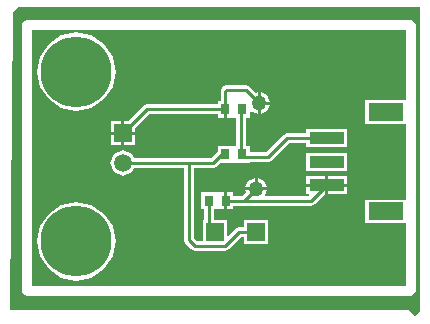
<source format=gtl>
%FSLAX23Y23*%
%MOIN*%
G70*
G01*
G75*
G04 Layer_Physical_Order=1*
G04 Layer_Color=255*
%ADD10R,0.118X0.059*%
%ADD11R,0.118X0.039*%
%ADD12R,0.059X0.059*%
%ADD13R,0.031X0.035*%
%ADD14C,0.010*%
%ADD15R,0.059X0.059*%
%ADD16C,0.059*%
%ADD17C,0.050*%
%ADD18C,0.039*%
%ADD19C,0.236*%
G36*
X1310Y-70D02*
X1295Y-85D01*
X1275Y-65D01*
X-51D01*
X-55Y-61D01*
X-45Y930D01*
X-30Y945D01*
X1310D01*
Y-70D01*
D02*
G37*
%LPC*%
G36*
X1280Y901D02*
X0D01*
X-11Y896D01*
X-16Y885D01*
X-15Y882D01*
X-16Y880D01*
Y0D01*
X-11Y-11D01*
X0Y-16D01*
X1280D01*
X1291Y-11D01*
X1296Y0D01*
Y885D01*
X1291Y896D01*
X1280Y901D01*
D02*
G37*
%LPD*%
G36*
X1264Y635D02*
X1128D01*
Y556D01*
X1264D01*
Y304D01*
X1128D01*
Y225D01*
X1264D01*
Y16D01*
X16D01*
Y869D01*
X1264D01*
Y635D01*
D02*
G37*
%LPC*%
G36*
X760Y376D02*
X738Y367D01*
X729Y345D01*
X760D01*
Y376D01*
D02*
G37*
G36*
X770D02*
Y345D01*
X801D01*
X792Y367D01*
X770Y376D01*
D02*
G37*
G36*
X995Y381D02*
X931D01*
Y356D01*
X995D01*
Y381D01*
D02*
G37*
G36*
X165Y296D02*
X115Y286D01*
X73Y257D01*
X44Y215D01*
X34Y165D01*
X44Y115D01*
X73Y73D01*
X115Y44D01*
X165Y34D01*
X215Y44D01*
X257Y73D01*
X286Y115D01*
X296Y165D01*
X286Y215D01*
X257Y257D01*
X215Y286D01*
X165Y296D01*
D02*
G37*
G36*
X995Y346D02*
X931D01*
Y322D01*
X941D01*
X941Y320D01*
X939Y316D01*
X798D01*
X795Y320D01*
X801Y335D01*
X729D01*
X731Y329D01*
X718Y316D01*
X688D01*
Y328D01*
X668D01*
Y300D01*
Y272D01*
X688D01*
Y284D01*
X949D01*
X960Y289D01*
X960Y289D01*
X960Y289D01*
X993Y322D01*
X995D01*
Y346D01*
D02*
G37*
G36*
X1069D02*
X1005D01*
Y322D01*
X1069D01*
Y346D01*
D02*
G37*
G36*
X811Y620D02*
X780D01*
Y589D01*
X802Y598D01*
X811Y620D01*
D02*
G37*
G36*
X730Y686D02*
X665D01*
X654Y681D01*
X653Y680D01*
X651Y679D01*
X646Y667D01*
Y633D01*
X637D01*
Y621D01*
X400D01*
X389Y616D01*
X337Y565D01*
X325D01*
Y530D01*
X360D01*
Y542D01*
X407Y589D01*
X637D01*
Y577D01*
X657D01*
Y605D01*
X667D01*
Y577D01*
X688D01*
Y577D01*
X688D01*
X688Y577D01*
X692D01*
Y577D01*
X699D01*
Y483D01*
X692D01*
D01*
D01*
X692Y483D01*
X688D01*
Y483D01*
X637D01*
Y465D01*
X613Y441D01*
X356D01*
X350Y455D01*
X320Y468D01*
X290Y455D01*
X277Y425D01*
X290Y395D01*
X320Y382D01*
X350Y395D01*
X356Y409D01*
X524D01*
Y170D01*
X529Y159D01*
X548Y139D01*
X548Y139D01*
X548D01*
X548Y139D01*
X548D01*
Y139D01*
D01*
D01*
D01*
D01*
X548D01*
Y139D01*
D01*
X560Y134D01*
X662D01*
X673Y139D01*
X713Y179D01*
X724D01*
Y155D01*
X803D01*
Y235D01*
X724D01*
Y211D01*
X706D01*
X695Y206D01*
X670Y182D01*
X666Y184D01*
Y235D01*
X624D01*
Y272D01*
X633D01*
Y272D01*
X633D01*
X633Y272D01*
X637D01*
Y272D01*
X658D01*
Y300D01*
Y328D01*
X637D01*
D01*
D01*
X637Y328D01*
X633D01*
Y328D01*
X582D01*
Y272D01*
X591D01*
Y235D01*
X587D01*
Y167D01*
X566D01*
X556Y177D01*
Y409D01*
X620D01*
X631Y414D01*
X645Y427D01*
X688D01*
Y427D01*
X688D01*
X688Y427D01*
X692D01*
Y427D01*
X743D01*
Y429D01*
X805D01*
X816Y434D01*
X816Y434D01*
X816Y434D01*
X875Y493D01*
X931D01*
Y479D01*
X1069D01*
Y538D01*
X931D01*
Y525D01*
X869D01*
X857Y520D01*
X798Y461D01*
X743D01*
Y483D01*
X731D01*
Y577D01*
X743D01*
Y597D01*
X748Y598D01*
X748Y598D01*
X770Y589D01*
Y625D01*
Y661D01*
X764Y659D01*
X741Y681D01*
X730Y686D01*
D02*
G37*
G36*
X780Y661D02*
Y630D01*
X811D01*
X802Y652D01*
X780Y661D01*
D02*
G37*
G36*
X165Y861D02*
X115Y851D01*
X73Y822D01*
X44Y780D01*
X34Y730D01*
X44Y680D01*
X73Y638D01*
X115Y609D01*
X165Y599D01*
X215Y609D01*
X257Y638D01*
X286Y680D01*
X296Y730D01*
X286Y780D01*
X257Y822D01*
X215Y851D01*
X165Y861D01*
D02*
G37*
G36*
X315Y565D02*
X280D01*
Y530D01*
X315D01*
Y565D01*
D02*
G37*
G36*
X1069Y460D02*
X931D01*
Y400D01*
X1069D01*
Y460D01*
D02*
G37*
G36*
Y381D02*
X1005D01*
Y356D01*
X1069D01*
Y381D01*
D02*
G37*
G36*
X360Y520D02*
X325D01*
Y485D01*
X360D01*
Y520D01*
D02*
G37*
G36*
X315D02*
X280D01*
Y485D01*
X315D01*
Y520D01*
D02*
G37*
%LPD*%
D10*
X1197Y265D02*
D03*
Y595D02*
D03*
D11*
X1000Y509D02*
D03*
Y351D02*
D03*
Y430D02*
D03*
Y509D02*
D03*
D12*
X764Y195D02*
D03*
X626D02*
D03*
D13*
X718Y455D02*
D03*
X662D02*
D03*
X662Y605D02*
D03*
X718D02*
D03*
X663Y300D02*
D03*
X607D02*
D03*
D14*
X725Y300D02*
X949D01*
X730Y670D02*
X775Y625D01*
X949Y300D02*
X1000Y351D01*
X869Y509D02*
X1000D01*
X805Y445D02*
X869Y509D01*
X620Y425D02*
X655Y460D01*
X320Y525D02*
X400Y605D01*
X607Y204D02*
Y300D01*
X320Y425D02*
X540D01*
X620D01*
X706Y195D02*
X764D01*
X662Y150D02*
X706Y195D01*
X560Y150D02*
X662D01*
X540Y170D02*
X560Y150D01*
X540Y170D02*
Y425D01*
X715Y445D02*
X805D01*
X715D02*
Y605D01*
X665Y670D02*
X730D01*
X400Y605D02*
X662D01*
Y667D01*
X663Y300D02*
X725D01*
X765Y340D01*
D15*
X320Y525D02*
D03*
D16*
Y425D02*
D03*
D17*
X775Y625D02*
D03*
X765Y340D02*
D03*
D18*
X102Y793D02*
D03*
X228D02*
D03*
X165Y819D02*
D03*
X76Y730D02*
D03*
X102Y667D02*
D03*
X165Y641D02*
D03*
X228Y667D02*
D03*
X254Y730D02*
D03*
Y165D02*
D03*
X228Y102D02*
D03*
X165Y76D02*
D03*
X102Y102D02*
D03*
X76Y165D02*
D03*
X165Y254D02*
D03*
X228Y228D02*
D03*
X102D02*
D03*
D19*
X165Y730D02*
D03*
Y165D02*
D03*
M02*

</source>
